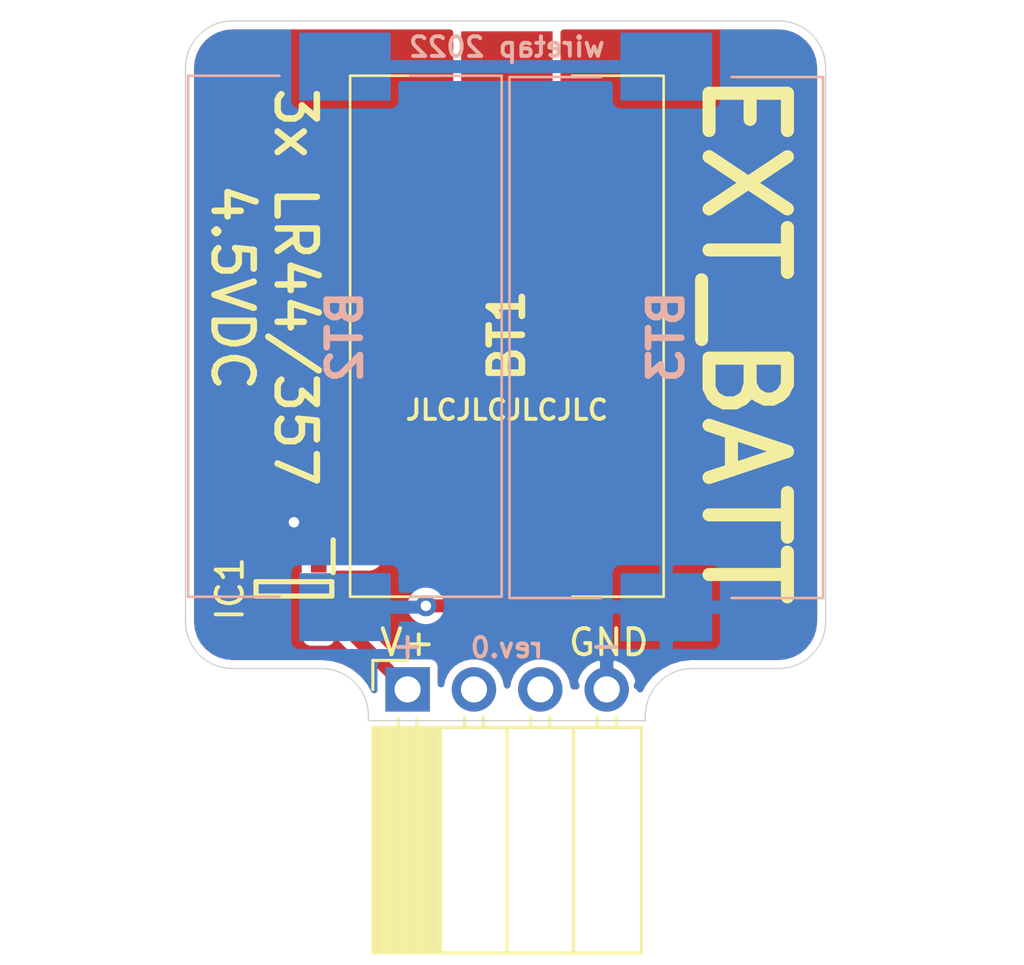
<source format=kicad_pcb>
(kicad_pcb (version 20171130) (host pcbnew "(5.1.6)-1")

  (general
    (thickness 1.6)
    (drawings 23)
    (tracks 18)
    (zones 0)
    (modules 5)
    (nets 9)
  )

  (page A4)
  (layers
    (0 F.Cu signal)
    (31 B.Cu signal)
    (32 B.Adhes user)
    (33 F.Adhes user)
    (34 B.Paste user)
    (35 F.Paste user)
    (36 B.SilkS user)
    (37 F.SilkS user)
    (38 B.Mask user)
    (39 F.Mask user)
    (40 Dwgs.User user)
    (41 Cmts.User user)
    (42 Eco1.User user)
    (43 Eco2.User user)
    (44 Edge.Cuts user)
    (45 Margin user)
    (46 B.CrtYd user)
    (47 F.CrtYd user)
    (48 B.Fab user)
    (49 F.Fab user)
  )

  (setup
    (last_trace_width 0.5)
    (user_trace_width 0.5)
    (user_trace_width 1)
    (trace_clearance 0.2)
    (zone_clearance 0.508)
    (zone_45_only no)
    (trace_min 0.2)
    (via_size 0.8)
    (via_drill 0.4)
    (via_min_size 0.4)
    (via_min_drill 0.3)
    (uvia_size 0.3)
    (uvia_drill 0.1)
    (uvias_allowed no)
    (uvia_min_size 0.2)
    (uvia_min_drill 0.1)
    (edge_width 0.05)
    (segment_width 0.2)
    (pcb_text_width 0.3)
    (pcb_text_size 1.5 1.5)
    (mod_edge_width 0.12)
    (mod_text_size 1 1)
    (mod_text_width 0.15)
    (pad_size 1.524 1.524)
    (pad_drill 0.762)
    (pad_to_mask_clearance 0.05)
    (aux_axis_origin 0 0)
    (visible_elements FFFFFF7F)
    (pcbplotparams
      (layerselection 0x010fc_ffffffff)
      (usegerberextensions false)
      (usegerberattributes true)
      (usegerberadvancedattributes true)
      (creategerberjobfile true)
      (excludeedgelayer true)
      (linewidth 0.100000)
      (plotframeref false)
      (viasonmask false)
      (mode 1)
      (useauxorigin false)
      (hpglpennumber 1)
      (hpglpenspeed 20)
      (hpglpendiameter 15.000000)
      (psnegative false)
      (psa4output false)
      (plotreference true)
      (plotvalue true)
      (plotinvisibletext false)
      (padsonsilk false)
      (subtractmaskfromsilk false)
      (outputformat 1)
      (mirror false)
      (drillshape 0)
      (scaleselection 1)
      (outputdirectory "//192.168.1.100/Personal/Charlie/~Retro/~PCB's and Kits/EXT_BATT 4.5V/EXT_BATT_4.5/gerbers/"))
  )

  (net 0 "")
  (net 1 +BATT)
  (net 2 "Net-(BT1-Pad2)")
  (net 3 "Net-(BT2-Pad2)")
  (net 4 GND)
  (net 5 "Net-(IC1-Pad4)")
  (net 6 VDD)
  (net 7 "Net-(J1-Pad2)")
  (net 8 "Net-(J1-Pad3)")

  (net_class Default "This is the default net class."
    (clearance 0.2)
    (trace_width 0.25)
    (via_dia 0.8)
    (via_drill 0.4)
    (uvia_dia 0.3)
    (uvia_drill 0.1)
    (add_net +BATT)
    (add_net GND)
    (add_net "Net-(BT1-Pad2)")
    (add_net "Net-(BT2-Pad2)")
    (add_net "Net-(IC1-Pad4)")
    (add_net "Net-(J1-Pad2)")
    (add_net "Net-(J1-Pad3)")
    (add_net VDD)
  )

  (module SMTU357LF (layer F.Cu) (tedit 632B3EC0) (tstamp 632BA3EF)
    (at 129.3 88.25 270)
    (descr SMTU357-LF-3)
    (tags Battery)
    (path /632B7560)
    (attr smd)
    (fp_text reference BT1 (at 0 0 90) (layer F.SilkS)
      (effects (font (size 1.27 1.27) (thickness 0.254)))
    )
    (fp_text value SMTU357-LF (at 0 0 90) (layer F.SilkS) hide
      (effects (font (size 1.27 1.27) (thickness 0.254)))
    )
    (fp_line (start -9.95 -6) (end 9.95 -6) (layer F.Fab) (width 0.2))
    (fp_line (start 9.95 -6) (end 9.95 6) (layer F.Fab) (width 0.2))
    (fp_line (start 9.95 6) (end -9.95 6) (layer F.Fab) (width 0.2))
    (fp_line (start -9.95 6) (end -9.95 -6) (layer F.Fab) (width 0.2))
    (fp_line (start -12.65 -7) (end 12.65 -7) (layer F.CrtYd) (width 0.1))
    (fp_line (start 12.65 -7) (end 12.65 7) (layer F.CrtYd) (width 0.1))
    (fp_line (start 12.65 7) (end -12.65 7) (layer F.CrtYd) (width 0.1))
    (fp_line (start -12.65 7) (end -12.65 -7) (layer F.CrtYd) (width 0.1))
    (fp_line (start -9.95 -2.5) (end -9.95 -6) (layer F.SilkS) (width 0.1))
    (fp_line (start -9.95 -6) (end 10 -6) (layer F.SilkS) (width 0.1))
    (fp_line (start 10 -6) (end 10 -2.5) (layer F.SilkS) (width 0.1))
    (fp_line (start -9.95 2.5) (end -9.95 6) (layer F.SilkS) (width 0.1))
    (fp_line (start -9.95 6) (end 10 6) (layer F.SilkS) (width 0.1))
    (fp_line (start 10 6) (end 10 2.5) (layer F.SilkS) (width 0.1))
    (fp_text user %R (at 0 0 90) (layer F.Fab)
      (effects (font (size 1.27 1.27) (thickness 0.254)))
    )
    (pad 1 smd rect (at -10.35 0 270) (size 2.6 3.5) (layers F.Cu F.Paste F.Mask)
      (net 1 +BATT))
    (pad 2 smd rect (at 10.35 0 270) (size 2.6 3.5) (layers F.Cu F.Paste F.Mask)
      (net 2 "Net-(BT1-Pad2)"))
    (model "C:/Users/wiretap/Downloads/Kicad Library Downloads/SamacSys_Parts.3dshapes/SMTU1220-5-LF.step"
      (at (xyz 0 0 0))
      (scale (xyz 1 1 1))
      (rotate (xyz 0 0 0))
    )
  )

  (module SMTU357LF (layer B.Cu) (tedit 632B3EC0) (tstamp 632BA404)
    (at 123.1 88.3 90)
    (descr SMTU357-LF-3)
    (tags Battery)
    (path /632B6831)
    (attr smd)
    (fp_text reference BT2 (at 0 0 -90) (layer B.SilkS)
      (effects (font (size 1.27 1.27) (thickness 0.254)) (justify mirror))
    )
    (fp_text value SMTU357-LF (at 0 0 -90) (layer B.SilkS) hide
      (effects (font (size 1.27 1.27) (thickness 0.254)) (justify mirror))
    )
    (fp_text user %R (at 0 0 -90) (layer B.Fab)
      (effects (font (size 1.27 1.27) (thickness 0.254)) (justify mirror))
    )
    (fp_line (start 10 -6) (end 10 -2.5) (layer B.SilkS) (width 0.1))
    (fp_line (start -9.95 -6) (end 10 -6) (layer B.SilkS) (width 0.1))
    (fp_line (start -9.95 -2.5) (end -9.95 -6) (layer B.SilkS) (width 0.1))
    (fp_line (start 10 6) (end 10 2.5) (layer B.SilkS) (width 0.1))
    (fp_line (start -9.95 6) (end 10 6) (layer B.SilkS) (width 0.1))
    (fp_line (start -9.95 2.5) (end -9.95 6) (layer B.SilkS) (width 0.1))
    (fp_line (start -12.65 -7) (end -12.65 7) (layer B.CrtYd) (width 0.1))
    (fp_line (start 12.65 -7) (end -12.65 -7) (layer B.CrtYd) (width 0.1))
    (fp_line (start 12.65 7) (end 12.65 -7) (layer B.CrtYd) (width 0.1))
    (fp_line (start -12.65 7) (end 12.65 7) (layer B.CrtYd) (width 0.1))
    (fp_line (start -9.95 -6) (end -9.95 6) (layer B.Fab) (width 0.2))
    (fp_line (start 9.95 -6) (end -9.95 -6) (layer B.Fab) (width 0.2))
    (fp_line (start 9.95 6) (end 9.95 -6) (layer B.Fab) (width 0.2))
    (fp_line (start -9.95 6) (end 9.95 6) (layer B.Fab) (width 0.2))
    (pad 2 smd rect (at 10.35 0 90) (size 2.6 3.5) (layers B.Cu B.Paste B.Mask)
      (net 3 "Net-(BT2-Pad2)"))
    (pad 1 smd rect (at -10.35 0 90) (size 2.6 3.5) (layers B.Cu B.Paste B.Mask)
      (net 2 "Net-(BT1-Pad2)"))
    (model "C:/Users/wiretap/Downloads/Kicad Library Downloads/SamacSys_Parts.3dshapes/SMTU1220-5-LF.step"
      (at (xyz 0 0 0))
      (scale (xyz 1 1 1))
      (rotate (xyz 0 0 0))
    )
  )

  (module SMTU357LF (layer B.Cu) (tedit 632B3EC0) (tstamp 632BA419)
    (at 135.4 88.3 270)
    (descr SMTU357-LF-3)
    (tags Battery)
    (path /632B4115)
    (attr smd)
    (fp_text reference BT3 (at 0 0 270) (layer B.SilkS)
      (effects (font (size 1.27 1.27) (thickness 0.254)) (justify mirror))
    )
    (fp_text value SMTU357-LF (at 0 0 270) (layer B.SilkS) hide
      (effects (font (size 1.27 1.27) (thickness 0.254)) (justify mirror))
    )
    (fp_line (start -9.95 6) (end 9.95 6) (layer B.Fab) (width 0.2))
    (fp_line (start 9.95 6) (end 9.95 -6) (layer B.Fab) (width 0.2))
    (fp_line (start 9.95 -6) (end -9.95 -6) (layer B.Fab) (width 0.2))
    (fp_line (start -9.95 -6) (end -9.95 6) (layer B.Fab) (width 0.2))
    (fp_line (start -12.65 7) (end 12.65 7) (layer B.CrtYd) (width 0.1))
    (fp_line (start 12.65 7) (end 12.65 -7) (layer B.CrtYd) (width 0.1))
    (fp_line (start 12.65 -7) (end -12.65 -7) (layer B.CrtYd) (width 0.1))
    (fp_line (start -12.65 -7) (end -12.65 7) (layer B.CrtYd) (width 0.1))
    (fp_line (start -9.95 2.5) (end -9.95 6) (layer B.SilkS) (width 0.1))
    (fp_line (start -9.95 6) (end 10 6) (layer B.SilkS) (width 0.1))
    (fp_line (start 10 6) (end 10 2.5) (layer B.SilkS) (width 0.1))
    (fp_line (start -9.95 -2.5) (end -9.95 -6) (layer B.SilkS) (width 0.1))
    (fp_line (start -9.95 -6) (end 10 -6) (layer B.SilkS) (width 0.1))
    (fp_line (start 10 -6) (end 10 -2.5) (layer B.SilkS) (width 0.1))
    (fp_text user %R (at 0 0 270) (layer B.Fab)
      (effects (font (size 1.27 1.27) (thickness 0.254)) (justify mirror))
    )
    (pad 1 smd rect (at -10.35 0 270) (size 2.6 3.5) (layers B.Cu B.Paste B.Mask)
      (net 3 "Net-(BT2-Pad2)"))
    (pad 2 smd rect (at 10.35 0 270) (size 2.6 3.5) (layers B.Cu B.Paste B.Mask)
      (net 4 GND))
    (model "C:/Users/wiretap/Downloads/Kicad Library Downloads/SamacSys_Parts.3dshapes/SMTU1220-5-LF.step"
      (at (xyz 0 0 0))
      (scale (xyz 1 1 1))
      (rotate (xyz 0 0 0))
    )
  )

  (module SOT95P280X145-5N (layer F.Cu) (tedit 0) (tstamp 632BA431)
    (at 121.15 97.95 270)
    (descr "MAX 21-0057")
    (tags "Integrated Circuit")
    (path /632C9243)
    (attr smd)
    (fp_text reference IC1 (at 0 2.45 90) (layer F.SilkS)
      (effects (font (size 1 1) (thickness 0.15)))
    )
    (fp_text value MAX40200AUK+T (at 0 0 90) (layer F.SilkS) hide
      (effects (font (size 1.27 1.27) (thickness 0.254)))
    )
    (fp_line (start -1.875 -1.5) (end -0.625 -1.5) (layer F.SilkS) (width 0.2))
    (fp_line (start -0.275 1.45) (end -0.275 -1.45) (layer F.SilkS) (width 0.2))
    (fp_line (start 0.275 1.45) (end -0.275 1.45) (layer F.SilkS) (width 0.2))
    (fp_line (start 0.275 -1.45) (end 0.275 1.45) (layer F.SilkS) (width 0.2))
    (fp_line (start -0.275 -1.45) (end 0.275 -1.45) (layer F.SilkS) (width 0.2))
    (fp_line (start -0.812 -0.5) (end 0.138 -1.45) (layer F.Fab) (width 0.1))
    (fp_line (start -0.812 1.45) (end -0.812 -1.45) (layer F.Fab) (width 0.1))
    (fp_line (start 0.812 1.45) (end -0.812 1.45) (layer F.Fab) (width 0.1))
    (fp_line (start 0.812 -1.45) (end 0.812 1.45) (layer F.Fab) (width 0.1))
    (fp_line (start -0.812 -1.45) (end 0.812 -1.45) (layer F.Fab) (width 0.1))
    (fp_line (start -2.125 1.75) (end -2.125 -1.75) (layer F.CrtYd) (width 0.05))
    (fp_line (start 2.125 1.75) (end -2.125 1.75) (layer F.CrtYd) (width 0.05))
    (fp_line (start 2.125 -1.75) (end 2.125 1.75) (layer F.CrtYd) (width 0.05))
    (fp_line (start -2.125 -1.75) (end 2.125 -1.75) (layer F.CrtYd) (width 0.05))
    (fp_text user %R (at 0 0 90) (layer F.Fab)
      (effects (font (size 1.27 1.27) (thickness 0.254)))
    )
    (pad 1 smd rect (at -1.25 -0.95) (size 0.6 1.25) (layers F.Cu F.Paste F.Mask)
      (net 1 +BATT))
    (pad 2 smd rect (at -1.25 0) (size 0.6 1.25) (layers F.Cu F.Paste F.Mask)
      (net 4 GND))
    (pad 3 smd rect (at -1.25 0.95) (size 0.6 1.25) (layers F.Cu F.Paste F.Mask)
      (net 1 +BATT))
    (pad 4 smd rect (at 1.25 0.95) (size 0.6 1.25) (layers F.Cu F.Paste F.Mask)
      (net 5 "Net-(IC1-Pad4)"))
    (pad 5 smd rect (at 1.25 -0.95) (size 0.6 1.25) (layers F.Cu F.Paste F.Mask)
      (net 6 VDD))
    (model "C:\\Users\\wiretap\\Downloads\\Kicad Library Downloads\\SamacSys_Parts.3dshapes\\MAX40200AUK+T.stp"
      (at (xyz 0 0 0))
      (scale (xyz 1 1 1))
      (rotate (xyz 0 0 0))
    )
  )

  (module Connector_PinSocket_2.54mm:PinSocket_1x04_P2.54mm_Horizontal (layer F.Cu) (tedit 5A19A424) (tstamp 632BA475)
    (at 125.5 101.8 90)
    (descr "Through hole angled socket strip, 1x04, 2.54mm pitch, 8.51mm socket length, single row (from Kicad 4.0.7), script generated")
    (tags "Through hole angled socket strip THT 1x04 2.54mm single row")
    (path /632BB950)
    (fp_text reference J1 (at -4.38 -2.77 90) (layer F.SilkS) hide
      (effects (font (size 1 1) (thickness 0.15)))
    )
    (fp_text value Conn_01x04 (at -4.38 10.39 90) (layer F.Fab)
      (effects (font (size 1 1) (thickness 0.15)))
    )
    (fp_line (start 1.75 9.45) (end 1.75 -1.75) (layer F.CrtYd) (width 0.05))
    (fp_line (start -10.55 9.45) (end 1.75 9.45) (layer F.CrtYd) (width 0.05))
    (fp_line (start -10.55 -1.75) (end -10.55 9.45) (layer F.CrtYd) (width 0.05))
    (fp_line (start 1.75 -1.75) (end -10.55 -1.75) (layer F.CrtYd) (width 0.05))
    (fp_line (start 0 -1.33) (end 1.11 -1.33) (layer F.SilkS) (width 0.12))
    (fp_line (start 1.11 -1.33) (end 1.11 0) (layer F.SilkS) (width 0.12))
    (fp_line (start -10.09 -1.33) (end -10.09 8.95) (layer F.SilkS) (width 0.12))
    (fp_line (start -10.09 8.95) (end -1.46 8.95) (layer F.SilkS) (width 0.12))
    (fp_line (start -1.46 -1.33) (end -1.46 8.95) (layer F.SilkS) (width 0.12))
    (fp_line (start -10.09 -1.33) (end -1.46 -1.33) (layer F.SilkS) (width 0.12))
    (fp_line (start -10.09 6.35) (end -1.46 6.35) (layer F.SilkS) (width 0.12))
    (fp_line (start -10.09 3.81) (end -1.46 3.81) (layer F.SilkS) (width 0.12))
    (fp_line (start -10.09 1.27) (end -1.46 1.27) (layer F.SilkS) (width 0.12))
    (fp_line (start -1.46 7.98) (end -1.05 7.98) (layer F.SilkS) (width 0.12))
    (fp_line (start -1.46 7.26) (end -1.05 7.26) (layer F.SilkS) (width 0.12))
    (fp_line (start -1.46 5.44) (end -1.05 5.44) (layer F.SilkS) (width 0.12))
    (fp_line (start -1.46 4.72) (end -1.05 4.72) (layer F.SilkS) (width 0.12))
    (fp_line (start -1.46 2.9) (end -1.05 2.9) (layer F.SilkS) (width 0.12))
    (fp_line (start -1.46 2.18) (end -1.05 2.18) (layer F.SilkS) (width 0.12))
    (fp_line (start -1.46 0.36) (end -1.11 0.36) (layer F.SilkS) (width 0.12))
    (fp_line (start -1.46 -0.36) (end -1.11 -0.36) (layer F.SilkS) (width 0.12))
    (fp_line (start -10.09 1.1519) (end -1.46 1.1519) (layer F.SilkS) (width 0.12))
    (fp_line (start -10.09 1.033805) (end -1.46 1.033805) (layer F.SilkS) (width 0.12))
    (fp_line (start -10.09 0.91571) (end -1.46 0.91571) (layer F.SilkS) (width 0.12))
    (fp_line (start -10.09 0.797615) (end -1.46 0.797615) (layer F.SilkS) (width 0.12))
    (fp_line (start -10.09 0.67952) (end -1.46 0.67952) (layer F.SilkS) (width 0.12))
    (fp_line (start -10.09 0.561425) (end -1.46 0.561425) (layer F.SilkS) (width 0.12))
    (fp_line (start -10.09 0.44333) (end -1.46 0.44333) (layer F.SilkS) (width 0.12))
    (fp_line (start -10.09 0.325235) (end -1.46 0.325235) (layer F.SilkS) (width 0.12))
    (fp_line (start -10.09 0.20714) (end -1.46 0.20714) (layer F.SilkS) (width 0.12))
    (fp_line (start -10.09 0.089045) (end -1.46 0.089045) (layer F.SilkS) (width 0.12))
    (fp_line (start -10.09 -0.02905) (end -1.46 -0.02905) (layer F.SilkS) (width 0.12))
    (fp_line (start -10.09 -0.147145) (end -1.46 -0.147145) (layer F.SilkS) (width 0.12))
    (fp_line (start -10.09 -0.26524) (end -1.46 -0.26524) (layer F.SilkS) (width 0.12))
    (fp_line (start -10.09 -0.383335) (end -1.46 -0.383335) (layer F.SilkS) (width 0.12))
    (fp_line (start -10.09 -0.50143) (end -1.46 -0.50143) (layer F.SilkS) (width 0.12))
    (fp_line (start -10.09 -0.619525) (end -1.46 -0.619525) (layer F.SilkS) (width 0.12))
    (fp_line (start -10.09 -0.73762) (end -1.46 -0.73762) (layer F.SilkS) (width 0.12))
    (fp_line (start -10.09 -0.855715) (end -1.46 -0.855715) (layer F.SilkS) (width 0.12))
    (fp_line (start -10.09 -0.97381) (end -1.46 -0.97381) (layer F.SilkS) (width 0.12))
    (fp_line (start -10.09 -1.091905) (end -1.46 -1.091905) (layer F.SilkS) (width 0.12))
    (fp_line (start -10.09 -1.21) (end -1.46 -1.21) (layer F.SilkS) (width 0.12))
    (fp_line (start 0 7.92) (end 0 7.32) (layer F.Fab) (width 0.1))
    (fp_line (start -1.52 7.92) (end 0 7.92) (layer F.Fab) (width 0.1))
    (fp_line (start 0 7.32) (end -1.52 7.32) (layer F.Fab) (width 0.1))
    (fp_line (start 0 5.38) (end 0 4.78) (layer F.Fab) (width 0.1))
    (fp_line (start -1.52 5.38) (end 0 5.38) (layer F.Fab) (width 0.1))
    (fp_line (start 0 4.78) (end -1.52 4.78) (layer F.Fab) (width 0.1))
    (fp_line (start 0 2.84) (end 0 2.24) (layer F.Fab) (width 0.1))
    (fp_line (start -1.52 2.84) (end 0 2.84) (layer F.Fab) (width 0.1))
    (fp_line (start 0 2.24) (end -1.52 2.24) (layer F.Fab) (width 0.1))
    (fp_line (start 0 0.3) (end 0 -0.3) (layer F.Fab) (width 0.1))
    (fp_line (start -1.52 0.3) (end 0 0.3) (layer F.Fab) (width 0.1))
    (fp_line (start 0 -0.3) (end -1.52 -0.3) (layer F.Fab) (width 0.1))
    (fp_line (start -10.03 8.89) (end -10.03 -1.27) (layer F.Fab) (width 0.1))
    (fp_line (start -1.52 8.89) (end -10.03 8.89) (layer F.Fab) (width 0.1))
    (fp_line (start -1.52 -0.3) (end -1.52 8.89) (layer F.Fab) (width 0.1))
    (fp_line (start -2.49 -1.27) (end -1.52 -0.3) (layer F.Fab) (width 0.1))
    (fp_line (start -10.03 -1.27) (end -2.49 -1.27) (layer F.Fab) (width 0.1))
    (fp_text user %R (at -5.775 3.81) (layer F.Fab)
      (effects (font (size 1 1) (thickness 0.15)))
    )
    (pad 1 thru_hole rect (at 0 0 90) (size 1.7 1.7) (drill 1) (layers *.Cu *.Mask)
      (net 6 VDD))
    (pad 2 thru_hole oval (at 0 2.54 90) (size 1.7 1.7) (drill 1) (layers *.Cu *.Mask)
      (net 7 "Net-(J1-Pad2)"))
    (pad 3 thru_hole oval (at 0 5.08 90) (size 1.7 1.7) (drill 1) (layers *.Cu *.Mask)
      (net 8 "Net-(J1-Pad3)"))
    (pad 4 thru_hole oval (at 0 7.62 90) (size 1.7 1.7) (drill 1) (layers *.Cu *.Mask)
      (net 4 GND))
    (model ${KISYS3DMOD}/Connector_PinSocket_2.54mm.3dshapes/PinSocket_1x04_P2.54mm_Horizontal.wrl
      (at (xyz 0 0 0))
      (scale (xyz 1 1 1))
      (rotate (xyz 0 0 0))
    )
  )

  (gr_text JLCJLCJLCJLC (at 129.3 91.1) (layer F.SilkS)
    (effects (font (size 0.75 0.75) (thickness 0.15)))
  )
  (gr_text - (at 133.1 100.1) (layer B.SilkS)
    (effects (font (size 1 1) (thickness 0.15)) (justify mirror))
  )
  (gr_text + (at 125.5 100.1) (layer B.SilkS)
    (effects (font (size 1 1) (thickness 0.15)) (justify mirror))
  )
  (gr_text rev.0 (at 129.3 100.2) (layer B.SilkS)
    (effects (font (size 0.75 0.75) (thickness 0.15)) (justify mirror))
  )
  (gr_text "wiretap 2022" (at 129.3 77.2) (layer B.SilkS)
    (effects (font (size 0.75 0.75) (thickness 0.15)) (justify mirror))
  )
  (gr_text "3x LR44/357\n4.5VDC" (at 120 86.4 270) (layer F.SilkS) (tstamp 632BAD5B)
    (effects (font (size 1.5 1.5) (thickness 0.25)))
  )
  (gr_text EXT_BATT (at 138.4 88.4 270) (layer F.SilkS)
    (effects (font (size 3 3) (thickness 0.5)))
  )
  (gr_text GND (at 133.2 100) (layer F.SilkS)
    (effects (font (size 1 1) (thickness 0.15)))
  )
  (gr_text V+ (at 125.5 100) (layer F.SilkS)
    (effects (font (size 1 1) (thickness 0.15)))
  )
  (gr_line (start 124 102.8) (end 124 103) (layer Edge.Cuts) (width 0.05) (tstamp 632BACDB))
  (gr_line (start 134.6 102.8) (end 134.6 103) (layer Edge.Cuts) (width 0.05) (tstamp 632BACDA))
  (gr_line (start 141.5 99.2) (end 141.5 78) (layer Edge.Cuts) (width 0.05))
  (gr_arc (start 139.7 78) (end 141.5 78) (angle -90) (layer Edge.Cuts) (width 0.05) (tstamp 632BA9D3))
  (gr_line (start 118.8 76.2) (end 139.7 76.2) (layer Edge.Cuts) (width 0.05))
  (gr_arc (start 118.8 78) (end 118.8 76.2) (angle -90) (layer Edge.Cuts) (width 0.05) (tstamp 632BA9D3))
  (gr_line (start 117 99.2) (end 117 78) (layer Edge.Cuts) (width 0.05))
  (gr_line (start 122.2 101) (end 118.8 101) (layer Edge.Cuts) (width 0.05) (tstamp 632BAA2F))
  (gr_arc (start 118.8 99.2) (end 117 99.2) (angle -90) (layer Edge.Cuts) (width 0.05) (tstamp 632BA9D3))
  (gr_line (start 136.4 101) (end 139.7 101) (layer Edge.Cuts) (width 0.05) (tstamp 632BAA2B))
  (gr_arc (start 139.7 99.2) (end 139.7 101) (angle -90) (layer Edge.Cuts) (width 0.05) (tstamp 632BA9D3))
  (gr_arc (start 122.2 102.8) (end 124 102.8) (angle -90) (layer Edge.Cuts) (width 0.05) (tstamp 632BA9D3))
  (gr_arc (start 136.4 102.8) (end 136.4 101) (angle -90) (layer Edge.Cuts) (width 0.05))
  (gr_line (start 124 103) (end 134.6 103) (layer Edge.Cuts) (width 0.05))

  (segment (start 120.7 94.5) (end 121.6 94.5) (width 0.5) (layer F.Cu) (net 1))
  (segment (start 121.6 94.5) (end 122.1 95) (width 0.5) (layer F.Cu) (net 1))
  (segment (start 122.1 95) (end 122.1 96.7) (width 0.5) (layer F.Cu) (net 1))
  (segment (start 120.2 96.7) (end 120.2 95) (width 0.5) (layer F.Cu) (net 1))
  (segment (start 120.2 95) (end 120.7 94.5) (width 0.5) (layer F.Cu) (net 1))
  (segment (start 122.1 96.7) (end 124 96.7) (width 0.5) (layer F.Cu) (net 1))
  (segment (start 129.3 91.4) (end 129.3 77.9) (width 0.5) (layer F.Cu) (net 1))
  (segment (start 124 96.7) (end 129.3 91.4) (width 0.5) (layer F.Cu) (net 1))
  (segment (start 123.1 98.65) (end 126.15 98.65) (width 0.5) (layer B.Cu) (net 2))
  (via (at 126.2 98.6) (size 0.8) (drill 0.4) (layers F.Cu B.Cu) (net 2))
  (segment (start 126.15 98.65) (end 126.2 98.6) (width 0.5) (layer B.Cu) (net 2))
  (segment (start 126.2 98.6) (end 129.3 98.6) (width 0.5) (layer F.Cu) (net 2))
  (segment (start 135.4 77.95) (end 123.1 77.95) (width 0.5) (layer B.Cu) (net 3))
  (via (at 121.149998 95.400012) (size 0.8) (drill 0.4) (layers F.Cu B.Cu) (net 4))
  (segment (start 121.15 95.400014) (end 121.149998 95.400012) (width 0.5) (layer F.Cu) (net 4))
  (segment (start 121.15 96.7) (end 121.15 95.400014) (width 0.5) (layer F.Cu) (net 4))
  (segment (start 122.9 99.2) (end 125.5 101.8) (width 0.5) (layer F.Cu) (net 6))
  (segment (start 122.1 99.2) (end 122.9 99.2) (width 0.5) (layer F.Cu) (net 6))

  (zone (net 4) (net_name GND) (layer F.Cu) (tstamp 632BAED7) (hatch edge 0.508)
    (connect_pads (clearance 0.3))
    (min_thickness 0.254)
    (fill yes (arc_segments 32) (thermal_gap 0.3) (thermal_bridge_width 0.508))
    (polygon
      (pts
        (xy 149.1 105) (xy 109.9 105) (xy 109.9 75.4) (xy 149.1 75.4)
      )
    )
    (filled_polygon
      (pts
        (xy 127.120934 79.2) (xy 127.129178 79.283707) (xy 127.153595 79.364196) (xy 127.193245 79.438376) (xy 127.246605 79.503395)
        (xy 127.311624 79.556755) (xy 127.385804 79.596405) (xy 127.466293 79.620822) (xy 127.55 79.629066) (xy 128.623001 79.629066)
        (xy 128.623 91.119577) (xy 123.719578 96.023) (xy 122.823945 96.023) (xy 122.820822 95.991293) (xy 122.796405 95.910804)
        (xy 122.777 95.8745) (xy 122.777 95.033252) (xy 122.780275 95) (xy 122.767204 94.867285) (xy 122.728492 94.73967)
        (xy 122.665628 94.622059) (xy 122.602224 94.544801) (xy 122.602218 94.544795) (xy 122.581026 94.518973) (xy 122.555205 94.497782)
        (xy 122.102226 94.044804) (xy 122.081027 94.018973) (xy 121.977941 93.934372) (xy 121.86033 93.871508) (xy 121.732715 93.832796)
        (xy 121.633252 93.823) (xy 121.633245 93.823) (xy 121.6 93.819726) (xy 121.566755 93.823) (xy 120.733252 93.823)
        (xy 120.7 93.819725) (xy 120.666748 93.823) (xy 120.567285 93.832796) (xy 120.43967 93.871508) (xy 120.322059 93.934372)
        (xy 120.218973 94.018973) (xy 120.197778 94.044799) (xy 119.744799 94.497779) (xy 119.718974 94.518973) (xy 119.697779 94.544799)
        (xy 119.697776 94.544802) (xy 119.634372 94.62206) (xy 119.571508 94.739671) (xy 119.532796 94.867286) (xy 119.519726 95)
        (xy 119.523001 95.033254) (xy 119.523 95.874499) (xy 119.503595 95.910804) (xy 119.479178 95.991293) (xy 119.470934 96.075)
        (xy 119.470934 97.325) (xy 119.479178 97.408707) (xy 119.503595 97.489196) (xy 119.543245 97.563376) (xy 119.596605 97.628395)
        (xy 119.661624 97.681755) (xy 119.735804 97.721405) (xy 119.816293 97.745822) (xy 119.9 97.754066) (xy 120.5 97.754066)
        (xy 120.583707 97.745822) (xy 120.664196 97.721405) (xy 120.675 97.71563) (xy 120.685804 97.721405) (xy 120.766293 97.745822)
        (xy 120.85 97.754066) (xy 120.91625 97.752) (xy 121.023 97.64525) (xy 121.023 96.827) (xy 121.003 96.827)
        (xy 121.003 96.573) (xy 121.023 96.573) (xy 121.023 95.75475) (xy 120.91625 95.648) (xy 120.877 95.646776)
        (xy 120.877 95.280422) (xy 120.980423 95.177) (xy 121.319578 95.177) (xy 121.423 95.280423) (xy 121.423 95.646776)
        (xy 121.38375 95.648) (xy 121.277 95.75475) (xy 121.277 96.573) (xy 121.297 96.573) (xy 121.297 96.827)
        (xy 121.277 96.827) (xy 121.277 97.64525) (xy 121.38375 97.752) (xy 121.45 97.754066) (xy 121.533707 97.745822)
        (xy 121.614196 97.721405) (xy 121.625 97.71563) (xy 121.635804 97.721405) (xy 121.716293 97.745822) (xy 121.8 97.754066)
        (xy 122.4 97.754066) (xy 122.483707 97.745822) (xy 122.564196 97.721405) (xy 122.638376 97.681755) (xy 122.703395 97.628395)
        (xy 122.756755 97.563376) (xy 122.796405 97.489196) (xy 122.820822 97.408707) (xy 122.823945 97.377) (xy 123.966755 97.377)
        (xy 124 97.380274) (xy 124.033245 97.377) (xy 124.033252 97.377) (xy 124.132715 97.367204) (xy 124.26033 97.328492)
        (xy 124.377941 97.265628) (xy 124.481027 97.181027) (xy 124.502226 97.155196) (xy 129.755206 91.902217) (xy 129.781026 91.881027)
        (xy 129.802218 91.855205) (xy 129.802224 91.855199) (xy 129.865628 91.777941) (xy 129.928492 91.66033) (xy 129.967204 91.532715)
        (xy 129.967204 91.532714) (xy 129.977 91.433252) (xy 129.977 91.433245) (xy 129.980274 91.4) (xy 129.977 91.366755)
        (xy 129.977 79.629066) (xy 131.05 79.629066) (xy 131.133707 79.620822) (xy 131.214196 79.596405) (xy 131.288376 79.556755)
        (xy 131.353395 79.503395) (xy 131.406755 79.438376) (xy 131.446405 79.364196) (xy 131.470822 79.283707) (xy 131.479066 79.2)
        (xy 131.479066 76.652) (xy 139.677891 76.652) (xy 139.961406 76.679799) (xy 140.212855 76.755715) (xy 140.444772 76.879027)
        (xy 140.648319 77.045036) (xy 140.815746 77.24742) (xy 140.940673 77.478468) (xy 141.018343 77.729381) (xy 141.048001 78.011552)
        (xy 141.048 99.177891) (xy 141.020201 99.461407) (xy 140.944283 99.712858) (xy 140.820972 99.944773) (xy 140.654964 100.148319)
        (xy 140.452578 100.315747) (xy 140.221532 100.440673) (xy 139.970619 100.518343) (xy 139.688458 100.548) (xy 136.377795 100.548)
        (xy 136.357669 100.549982) (xy 136.346467 100.549904) (xy 136.340186 100.55052) (xy 135.990813 100.587241) (xy 135.950669 100.595481)
        (xy 135.910442 100.603155) (xy 135.904405 100.604978) (xy 135.904399 100.604979) (xy 135.904393 100.604981) (xy 135.568813 100.70886)
        (xy 135.531056 100.724731) (xy 135.493062 100.740082) (xy 135.487495 100.743042) (xy 135.487491 100.743044) (xy 135.48749 100.743045)
        (xy 135.178471 100.910131) (xy 135.144519 100.933032) (xy 135.110228 100.955471) (xy 135.105337 100.95946) (xy 134.834657 101.183386)
        (xy 134.80579 101.212456) (xy 134.776521 101.241118) (xy 134.772498 101.245981) (xy 134.550467 101.518218) (xy 134.527803 101.55233)
        (xy 134.504652 101.586141) (xy 134.50165 101.591693) (xy 134.397 101.788511) (xy 134.397 101.672998) (xy 134.283926 101.672998)
        (xy 134.355164 101.475786) (xy 134.26818 101.241047) (xy 134.137072 101.027788) (xy 133.966878 100.844205) (xy 133.764139 100.697353)
        (xy 133.536646 100.592875) (xy 133.444213 100.564842) (xy 133.247 100.636662) (xy 133.247 101.673) (xy 133.267 101.673)
        (xy 133.267 101.927) (xy 133.247 101.927) (xy 133.247 101.947) (xy 132.993 101.947) (xy 132.993 101.927)
        (xy 132.973 101.927) (xy 132.973 101.673) (xy 132.993 101.673) (xy 132.993 100.636662) (xy 132.795787 100.564842)
        (xy 132.703354 100.592875) (xy 132.475861 100.697353) (xy 132.273122 100.844205) (xy 132.102928 101.027788) (xy 131.97182 101.241047)
        (xy 131.884836 101.475786) (xy 131.956074 101.672998) (xy 131.856756 101.672998) (xy 131.807926 101.427513) (xy 131.711663 101.195114)
        (xy 131.571911 100.98596) (xy 131.39404 100.808089) (xy 131.184886 100.668337) (xy 130.952487 100.572074) (xy 130.705774 100.523)
        (xy 130.454226 100.523) (xy 130.207513 100.572074) (xy 129.975114 100.668337) (xy 129.76596 100.808089) (xy 129.588089 100.98596)
        (xy 129.448337 101.195114) (xy 129.352074 101.427513) (xy 129.31 101.639034) (xy 129.267926 101.427513) (xy 129.171663 101.195114)
        (xy 129.031911 100.98596) (xy 128.85404 100.808089) (xy 128.644886 100.668337) (xy 128.412487 100.572074) (xy 128.165774 100.523)
        (xy 127.914226 100.523) (xy 127.667513 100.572074) (xy 127.435114 100.668337) (xy 127.22596 100.808089) (xy 127.048089 100.98596)
        (xy 126.908337 101.195114) (xy 126.812074 101.427513) (xy 126.779066 101.593456) (xy 126.779066 100.95) (xy 126.770822 100.866293)
        (xy 126.746405 100.785804) (xy 126.706755 100.711624) (xy 126.653395 100.646605) (xy 126.588376 100.593245) (xy 126.514196 100.553595)
        (xy 126.433707 100.529178) (xy 126.35 100.520934) (xy 125.178356 100.520934) (xy 123.402226 98.744804) (xy 123.381027 98.718973)
        (xy 123.277941 98.634372) (xy 123.16033 98.571508) (xy 123.032715 98.532796) (xy 122.933252 98.523) (xy 122.933245 98.523)
        (xy 122.9 98.519726) (xy 122.866755 98.523) (xy 122.823945 98.523) (xy 122.823507 98.518548) (xy 125.373 98.518548)
        (xy 125.373 98.681452) (xy 125.404782 98.841227) (xy 125.467123 98.991731) (xy 125.557628 99.127181) (xy 125.672819 99.242372)
        (xy 125.808269 99.332877) (xy 125.958773 99.395218) (xy 126.118548 99.427) (xy 126.281452 99.427) (xy 126.441227 99.395218)
        (xy 126.591731 99.332877) (xy 126.675357 99.277) (xy 127.120934 99.277) (xy 127.120934 99.9) (xy 127.129178 99.983707)
        (xy 127.153595 100.064196) (xy 127.193245 100.138376) (xy 127.246605 100.203395) (xy 127.311624 100.256755) (xy 127.385804 100.296405)
        (xy 127.466293 100.320822) (xy 127.55 100.329066) (xy 131.05 100.329066) (xy 131.133707 100.320822) (xy 131.214196 100.296405)
        (xy 131.288376 100.256755) (xy 131.353395 100.203395) (xy 131.406755 100.138376) (xy 131.446405 100.064196) (xy 131.470822 99.983707)
        (xy 131.479066 99.9) (xy 131.479066 97.3) (xy 131.470822 97.216293) (xy 131.446405 97.135804) (xy 131.406755 97.061624)
        (xy 131.353395 96.996605) (xy 131.288376 96.943245) (xy 131.214196 96.903595) (xy 131.133707 96.879178) (xy 131.05 96.870934)
        (xy 127.55 96.870934) (xy 127.466293 96.879178) (xy 127.385804 96.903595) (xy 127.311624 96.943245) (xy 127.246605 96.996605)
        (xy 127.193245 97.061624) (xy 127.153595 97.135804) (xy 127.129178 97.216293) (xy 127.120934 97.3) (xy 127.120934 97.923)
        (xy 126.675357 97.923) (xy 126.591731 97.867123) (xy 126.441227 97.804782) (xy 126.281452 97.773) (xy 126.118548 97.773)
        (xy 125.958773 97.804782) (xy 125.808269 97.867123) (xy 125.672819 97.957628) (xy 125.557628 98.072819) (xy 125.467123 98.208269)
        (xy 125.404782 98.358773) (xy 125.373 98.518548) (xy 122.823507 98.518548) (xy 122.820822 98.491293) (xy 122.796405 98.410804)
        (xy 122.756755 98.336624) (xy 122.703395 98.271605) (xy 122.638376 98.218245) (xy 122.564196 98.178595) (xy 122.483707 98.154178)
        (xy 122.4 98.145934) (xy 121.8 98.145934) (xy 121.716293 98.154178) (xy 121.635804 98.178595) (xy 121.561624 98.218245)
        (xy 121.496605 98.271605) (xy 121.443245 98.336624) (xy 121.403595 98.410804) (xy 121.379178 98.491293) (xy 121.370934 98.575)
        (xy 121.370934 99.825) (xy 121.379178 99.908707) (xy 121.403595 99.989196) (xy 121.443245 100.063376) (xy 121.496605 100.128395)
        (xy 121.561624 100.181755) (xy 121.635804 100.221405) (xy 121.716293 100.245822) (xy 121.8 100.254066) (xy 122.4 100.254066)
        (xy 122.483707 100.245822) (xy 122.564196 100.221405) (xy 122.638376 100.181755) (xy 122.703395 100.128395) (xy 122.756755 100.063376)
        (xy 122.773892 100.031314) (xy 124.220934 101.478356) (xy 124.220934 101.820871) (xy 124.089869 101.578471) (xy 124.066968 101.544519)
        (xy 124.044529 101.510228) (xy 124.04054 101.505337) (xy 123.816614 101.234657) (xy 123.787544 101.20579) (xy 123.758882 101.176521)
        (xy 123.754019 101.172498) (xy 123.481782 100.950467) (xy 123.44767 100.927803) (xy 123.413859 100.904652) (xy 123.40831 100.901651)
        (xy 123.408302 100.901647) (xy 123.098129 100.736725) (xy 123.06024 100.721108) (xy 123.022597 100.704974) (xy 123.016576 100.70311)
        (xy 123.01657 100.703108) (xy 123.016564 100.703107) (xy 122.680264 100.601572) (xy 122.640059 100.593611) (xy 122.600007 100.585098)
        (xy 122.59373 100.584438) (xy 122.244108 100.550157) (xy 122.244105 100.550157) (xy 122.222205 100.548) (xy 118.822109 100.548)
        (xy 118.538593 100.520201) (xy 118.287142 100.444283) (xy 118.055227 100.320972) (xy 117.851681 100.154964) (xy 117.684253 99.952578)
        (xy 117.559327 99.721532) (xy 117.481657 99.470619) (xy 117.452 99.188458) (xy 117.452 98.575) (xy 119.470934 98.575)
        (xy 119.470934 99.825) (xy 119.479178 99.908707) (xy 119.503595 99.989196) (xy 119.543245 100.063376) (xy 119.596605 100.128395)
        (xy 119.661624 100.181755) (xy 119.735804 100.221405) (xy 119.816293 100.245822) (xy 119.9 100.254066) (xy 120.5 100.254066)
        (xy 120.583707 100.245822) (xy 120.664196 100.221405) (xy 120.738376 100.181755) (xy 120.803395 100.128395) (xy 120.856755 100.063376)
        (xy 120.896405 99.989196) (xy 120.920822 99.908707) (xy 120.929066 99.825) (xy 120.929066 98.575) (xy 120.920822 98.491293)
        (xy 120.896405 98.410804) (xy 120.856755 98.336624) (xy 120.803395 98.271605) (xy 120.738376 98.218245) (xy 120.664196 98.178595)
        (xy 120.583707 98.154178) (xy 120.5 98.145934) (xy 119.9 98.145934) (xy 119.816293 98.154178) (xy 119.735804 98.178595)
        (xy 119.661624 98.218245) (xy 119.596605 98.271605) (xy 119.543245 98.336624) (xy 119.503595 98.410804) (xy 119.479178 98.491293)
        (xy 119.470934 98.575) (xy 117.452 98.575) (xy 117.452 78.022109) (xy 117.479799 77.738594) (xy 117.555715 77.487145)
        (xy 117.679027 77.255228) (xy 117.845036 77.051681) (xy 118.04742 76.884254) (xy 118.278468 76.759327) (xy 118.529381 76.681657)
        (xy 118.811542 76.652) (xy 127.120934 76.652)
      )
    )
  )
  (zone (net 4) (net_name GND) (layer B.Cu) (tstamp 632BAED4) (hatch edge 0.508)
    (connect_pads (clearance 0.3))
    (min_thickness 0.254)
    (fill yes (arc_segments 32) (thermal_gap 0.3) (thermal_bridge_width 0.508))
    (polygon
      (pts
        (xy 149.1 105) (xy 109.9 105) (xy 109.9 75.4) (xy 149.1 75.4)
      )
    )
    (filled_polygon
      (pts
        (xy 120.920934 79.25) (xy 120.929178 79.333707) (xy 120.953595 79.414196) (xy 120.993245 79.488376) (xy 121.046605 79.553395)
        (xy 121.111624 79.606755) (xy 121.185804 79.646405) (xy 121.266293 79.670822) (xy 121.35 79.679066) (xy 124.85 79.679066)
        (xy 124.933707 79.670822) (xy 125.014196 79.646405) (xy 125.088376 79.606755) (xy 125.153395 79.553395) (xy 125.206755 79.488376)
        (xy 125.246405 79.414196) (xy 125.270822 79.333707) (xy 125.279066 79.25) (xy 125.279066 78.627) (xy 133.220934 78.627)
        (xy 133.220934 79.25) (xy 133.229178 79.333707) (xy 133.253595 79.414196) (xy 133.293245 79.488376) (xy 133.346605 79.553395)
        (xy 133.411624 79.606755) (xy 133.485804 79.646405) (xy 133.566293 79.670822) (xy 133.65 79.679066) (xy 137.15 79.679066)
        (xy 137.233707 79.670822) (xy 137.314196 79.646405) (xy 137.388376 79.606755) (xy 137.453395 79.553395) (xy 137.506755 79.488376)
        (xy 137.546405 79.414196) (xy 137.570822 79.333707) (xy 137.579066 79.25) (xy 137.579066 76.652) (xy 139.677891 76.652)
        (xy 139.961406 76.679799) (xy 140.212855 76.755715) (xy 140.444772 76.879027) (xy 140.648319 77.045036) (xy 140.815746 77.24742)
        (xy 140.940673 77.478468) (xy 141.018343 77.729381) (xy 141.048001 78.011552) (xy 141.048 99.177891) (xy 141.020201 99.461407)
        (xy 140.944283 99.712858) (xy 140.820972 99.944773) (xy 140.654964 100.148319) (xy 140.452578 100.315747) (xy 140.221532 100.440673)
        (xy 139.970619 100.518343) (xy 139.688458 100.548) (xy 136.377795 100.548) (xy 136.357669 100.549982) (xy 136.346467 100.549904)
        (xy 136.340186 100.55052) (xy 135.990813 100.587241) (xy 135.950669 100.595481) (xy 135.910442 100.603155) (xy 135.904405 100.604978)
        (xy 135.904399 100.604979) (xy 135.904393 100.604981) (xy 135.568813 100.70886) (xy 135.531056 100.724731) (xy 135.493062 100.740082)
        (xy 135.487495 100.743042) (xy 135.487491 100.743044) (xy 135.48749 100.743045) (xy 135.178471 100.910131) (xy 135.144519 100.933032)
        (xy 135.110228 100.955471) (xy 135.105337 100.95946) (xy 134.834657 101.183386) (xy 134.80579 101.212456) (xy 134.776521 101.241118)
        (xy 134.772498 101.245981) (xy 134.550467 101.518218) (xy 134.527803 101.55233) (xy 134.504652 101.586141) (xy 134.50165 101.591693)
        (xy 134.397 101.788511) (xy 134.397 101.672998) (xy 134.283926 101.672998) (xy 134.355164 101.475786) (xy 134.26818 101.241047)
        (xy 134.137072 101.027788) (xy 133.966878 100.844205) (xy 133.764139 100.697353) (xy 133.536646 100.592875) (xy 133.444213 100.564842)
        (xy 133.247 100.636662) (xy 133.247 101.673) (xy 133.267 101.673) (xy 133.267 101.927) (xy 133.247 101.927)
        (xy 133.247 101.947) (xy 132.993 101.947) (xy 132.993 101.927) (xy 132.973 101.927) (xy 132.973 101.673)
        (xy 132.993 101.673) (xy 132.993 100.636662) (xy 132.795787 100.564842) (xy 132.703354 100.592875) (xy 132.475861 100.697353)
        (xy 132.273122 100.844205) (xy 132.102928 101.027788) (xy 131.97182 101.241047) (xy 131.884836 101.475786) (xy 131.956074 101.672998)
        (xy 131.856756 101.672998) (xy 131.807926 101.427513) (xy 131.711663 101.195114) (xy 131.571911 100.98596) (xy 131.39404 100.808089)
        (xy 131.184886 100.668337) (xy 130.952487 100.572074) (xy 130.705774 100.523) (xy 130.454226 100.523) (xy 130.207513 100.572074)
        (xy 129.975114 100.668337) (xy 129.76596 100.808089) (xy 129.588089 100.98596) (xy 129.448337 101.195114) (xy 129.352074 101.427513)
        (xy 129.31 101.639034) (xy 129.267926 101.427513) (xy 129.171663 101.195114) (xy 129.031911 100.98596) (xy 128.85404 100.808089)
        (xy 128.644886 100.668337) (xy 128.412487 100.572074) (xy 128.165774 100.523) (xy 127.914226 100.523) (xy 127.667513 100.572074)
        (xy 127.435114 100.668337) (xy 127.22596 100.808089) (xy 127.048089 100.98596) (xy 126.908337 101.195114) (xy 126.812074 101.427513)
        (xy 126.779066 101.593456) (xy 126.779066 100.95) (xy 126.770822 100.866293) (xy 126.746405 100.785804) (xy 126.706755 100.711624)
        (xy 126.653395 100.646605) (xy 126.588376 100.593245) (xy 126.514196 100.553595) (xy 126.433707 100.529178) (xy 126.35 100.520934)
        (xy 124.65 100.520934) (xy 124.566293 100.529178) (xy 124.485804 100.553595) (xy 124.411624 100.593245) (xy 124.346605 100.646605)
        (xy 124.293245 100.711624) (xy 124.253595 100.785804) (xy 124.229178 100.866293) (xy 124.220934 100.95) (xy 124.220934 101.820871)
        (xy 124.089869 101.578471) (xy 124.066968 101.544519) (xy 124.044529 101.510228) (xy 124.04054 101.505337) (xy 123.816614 101.234657)
        (xy 123.787544 101.20579) (xy 123.758882 101.176521) (xy 123.754019 101.172498) (xy 123.481782 100.950467) (xy 123.44767 100.927803)
        (xy 123.413859 100.904652) (xy 123.40831 100.901651) (xy 123.408302 100.901647) (xy 123.098129 100.736725) (xy 123.06024 100.721108)
        (xy 123.022597 100.704974) (xy 123.016576 100.70311) (xy 123.01657 100.703108) (xy 123.016564 100.703107) (xy 122.680264 100.601572)
        (xy 122.640059 100.593611) (xy 122.600007 100.585098) (xy 122.59373 100.584438) (xy 122.244108 100.550157) (xy 122.244105 100.550157)
        (xy 122.222205 100.548) (xy 118.822109 100.548) (xy 118.538593 100.520201) (xy 118.287142 100.444283) (xy 118.055227 100.320972)
        (xy 117.851681 100.154964) (xy 117.684253 99.952578) (xy 117.559327 99.721532) (xy 117.481657 99.470619) (xy 117.452 99.188458)
        (xy 117.452 97.35) (xy 120.920934 97.35) (xy 120.920934 99.95) (xy 120.929178 100.033707) (xy 120.953595 100.114196)
        (xy 120.993245 100.188376) (xy 121.046605 100.253395) (xy 121.111624 100.306755) (xy 121.185804 100.346405) (xy 121.266293 100.370822)
        (xy 121.35 100.379066) (xy 124.85 100.379066) (xy 124.933707 100.370822) (xy 125.014196 100.346405) (xy 125.088376 100.306755)
        (xy 125.153395 100.253395) (xy 125.206755 100.188376) (xy 125.246405 100.114196) (xy 125.270822 100.033707) (xy 125.279066 99.95)
        (xy 133.220934 99.95) (xy 133.229178 100.033707) (xy 133.253595 100.114196) (xy 133.293245 100.188376) (xy 133.346605 100.253395)
        (xy 133.411624 100.306755) (xy 133.485804 100.346405) (xy 133.566293 100.370822) (xy 133.65 100.379066) (xy 135.16625 100.377)
        (xy 135.273 100.27025) (xy 135.273 98.777) (xy 135.527 98.777) (xy 135.527 100.27025) (xy 135.63375 100.377)
        (xy 137.15 100.379066) (xy 137.233707 100.370822) (xy 137.314196 100.346405) (xy 137.388376 100.306755) (xy 137.453395 100.253395)
        (xy 137.506755 100.188376) (xy 137.546405 100.114196) (xy 137.570822 100.033707) (xy 137.579066 99.95) (xy 137.577 98.88375)
        (xy 137.47025 98.777) (xy 135.527 98.777) (xy 135.273 98.777) (xy 133.32975 98.777) (xy 133.223 98.88375)
        (xy 133.220934 99.95) (xy 125.279066 99.95) (xy 125.279066 99.327) (xy 125.799473 99.327) (xy 125.808269 99.332877)
        (xy 125.958773 99.395218) (xy 126.118548 99.427) (xy 126.281452 99.427) (xy 126.441227 99.395218) (xy 126.591731 99.332877)
        (xy 126.727181 99.242372) (xy 126.842372 99.127181) (xy 126.932877 98.991731) (xy 126.995218 98.841227) (xy 127.027 98.681452)
        (xy 127.027 98.518548) (xy 126.995218 98.358773) (xy 126.932877 98.208269) (xy 126.842372 98.072819) (xy 126.727181 97.957628)
        (xy 126.591731 97.867123) (xy 126.441227 97.804782) (xy 126.281452 97.773) (xy 126.118548 97.773) (xy 125.958773 97.804782)
        (xy 125.808269 97.867123) (xy 125.672819 97.957628) (xy 125.657447 97.973) (xy 125.279066 97.973) (xy 125.279066 97.35)
        (xy 133.220934 97.35) (xy 133.223 98.41625) (xy 133.32975 98.523) (xy 135.273 98.523) (xy 135.273 97.02975)
        (xy 135.527 97.02975) (xy 135.527 98.523) (xy 137.47025 98.523) (xy 137.577 98.41625) (xy 137.579066 97.35)
        (xy 137.570822 97.266293) (xy 137.546405 97.185804) (xy 137.506755 97.111624) (xy 137.453395 97.046605) (xy 137.388376 96.993245)
        (xy 137.314196 96.953595) (xy 137.233707 96.929178) (xy 137.15 96.920934) (xy 135.63375 96.923) (xy 135.527 97.02975)
        (xy 135.273 97.02975) (xy 135.16625 96.923) (xy 133.65 96.920934) (xy 133.566293 96.929178) (xy 133.485804 96.953595)
        (xy 133.411624 96.993245) (xy 133.346605 97.046605) (xy 133.293245 97.111624) (xy 133.253595 97.185804) (xy 133.229178 97.266293)
        (xy 133.220934 97.35) (xy 125.279066 97.35) (xy 125.270822 97.266293) (xy 125.246405 97.185804) (xy 125.206755 97.111624)
        (xy 125.153395 97.046605) (xy 125.088376 96.993245) (xy 125.014196 96.953595) (xy 124.933707 96.929178) (xy 124.85 96.920934)
        (xy 121.35 96.920934) (xy 121.266293 96.929178) (xy 121.185804 96.953595) (xy 121.111624 96.993245) (xy 121.046605 97.046605)
        (xy 120.993245 97.111624) (xy 120.953595 97.185804) (xy 120.929178 97.266293) (xy 120.920934 97.35) (xy 117.452 97.35)
        (xy 117.452 78.022109) (xy 117.479799 77.738594) (xy 117.555715 77.487145) (xy 117.679027 77.255228) (xy 117.845036 77.051681)
        (xy 118.04742 76.884254) (xy 118.278468 76.759327) (xy 118.529381 76.681657) (xy 118.811542 76.652) (xy 120.920934 76.652)
      )
    )
  )
)

</source>
